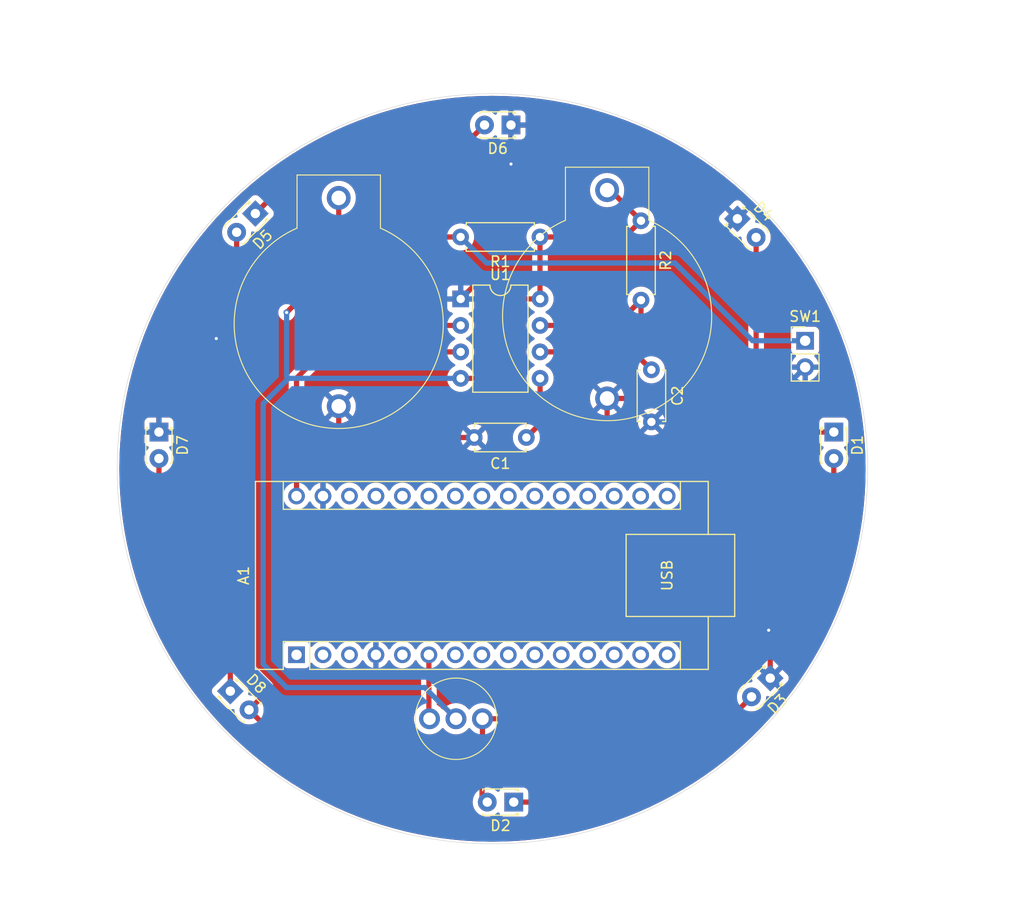
<source format=kicad_pcb>
(kicad_pcb (version 20240108) (generator "pcbnew") (generator_version "8.0")
  (layers (0 "F.Cu" signal) (31 "B.Cu" signal) (34 "B.Paste" user) (35 "F.Paste" user) (36 "B.SilkS" user "B.Silkscreen") (37 "F.SilkS" user "F.Silkscreen") (38 "B.Mask" user) (39 "F.Mask" user) (44 "Edge.Cuts" user))
  (net 0 "")
  (net 4 "GND")
  (net 17 "Net-(A1-D3)")
  (net 26 "Net-(A1-VIN)")
  (net 30 "Net-(U1-CV)")
  (net 31 "Net-(U1-DIS)")
  (net 32 "Net-(D1-A)")
  (net 33 "Net-(D1-K)")
  (net 34 "Net-(D2-K)")
  (net 35 "+5V")
  (net 36 "Net-(U1-TR)")
  (net 37 "Net-(D7-A)")
  (net 38 "Net-(D5-K)")
  (footprint "Package_DIP:DIP-8_W7.62mm" (layer "F.Cu") (at 133.45 66.7)
    (property "Reference" "U1" (at 3.81 -2.33 0) (layer "F.SilkS"))
    (property "Value" "LMC555xN")
    (fp_line (start 1.16 -1.33) (end 1.16 8.95) (stroke (width 0.12)) (layer "F.SilkS"))
    (fp_line (start 1.16 8.95) (end 6.46 8.95) (stroke (width 0.12)) (layer "F.SilkS"))
    (fp_line (start 2.81 -1.33) (end 1.16 -1.33) (stroke (width 0.12)) (layer "F.SilkS"))
    (fp_line (start 6.46 -1.33) (end 4.81 -1.33) (stroke (width 0.12)) (layer "F.SilkS"))
    (fp_line (start 6.46 8.95) (end 6.46 -1.33) (stroke (width 0.12)) (layer "F.SilkS"))
    (fp_arc (start 4.81 -1.33) (mid 3.81 -0.33) (end 2.81 -1.33) (stroke (width 0.12)) (layer "F.SilkS"))
    (pad "1" thru_hole rect (at 0 0) (size 1.6 1.6) (drill 0.8) (layers "*.Cu" "*.Mask") (net 4 "GND"))
    (pad "2" thru_hole oval (at 0 2.54) (size 1.6 1.6) (drill 0.8) (layers "*.Cu" "*.Mask") (net 36 "Net-(U1-TR)"))
    (pad "3" thru_hole oval (at 0 5.08) (size 1.6 1.6) (drill 0.8) (layers "*.Cu" "*.Mask") (net 26 "Net-(A1-VIN)"))
    (pad "4" thru_hole oval (at 0 7.62) (size 1.6 1.6) (drill 0.8) (layers "*.Cu" "*.Mask") (net 35 "+5V"))
    (pad "5" thru_hole oval (at 7.62 7.62) (size 1.6 1.6) (drill 0.8) (layers "*.Cu" "*.Mask") (net 30 "Net-(U1-CV)"))
    (pad "6" thru_hole oval (at 7.62 5.08) (size 1.6 1.6) (drill 0.8) (layers "*.Cu" "*.Mask") (net 31 "Net-(U1-DIS)"))
    (pad "7" thru_hole oval (at 7.62 2.54) (size 1.6 1.6) (drill 0.8) (layers "*.Cu" "*.Mask") (net 31 "Net-(U1-DIS)"))
    (pad "8" thru_hole oval (at 7.62 0) (size 1.6 1.6) (drill 0.8) (layers "*.Cu" "*.Mask") (net 35 "+5V"))
  )
  (footprint "LED_THT:LED_D1.8mm_W3.3mm_H2.4mm" (layer "F.Cu") (at 169.25 79.475 -90)
    (property "Reference" "D1" (at 1.27 -2.26 90) (layer "F.SilkS"))
    (property "Value" "LED")
    (fp_line (start -0.44 1.26) (end 2.98 1.26) (stroke (width 0.12)) (layer "F.SilkS"))
    (fp_line (start 2.98 1.095) (end 2.98 1.26) (stroke (width 0.12)) (layer "F.SilkS"))
    (fp_line (start -0.44 1.08) (end -0.44 1.26) (stroke (width 0.12)) (layer "F.SilkS"))
    (fp_line (start -0.32 1.08) (end -0.32 1.26) (stroke (width 0.12)) (layer "F.SilkS"))
    (fp_line (start -0.2 1.08) (end -0.2 1.26) (stroke (width 0.12)) (layer "F.SilkS"))
    (fp_line (start -0.44 -1.26) (end -0.44 -1.08) (stroke (width 0.12)) (layer "F.SilkS"))
    (fp_line (start -0.44 -1.26) (end 2.98 -1.26) (stroke (width 0.12)) (layer "F.SilkS"))
    (fp_line (start -0.32 -1.26) (end -0.32 -1.08) (stroke (width 0.12)) (layer "F.SilkS"))
    (fp_line (start -0.2 -1.26) (end -0.2 -1.08) (stroke (width 0.12)) (layer "F.SilkS"))
    (fp_line (start 2.98 -1.26) (end 2.98 -1.095) (stroke (width 0.12)) (layer "F.SilkS"))
    (pad "1" thru_hole rect (at 0 0 270) (size 1.8 1.8) (drill 0.9) (layers "*.Cu" "*.Mask") (net 33 "Net-(D1-K)"))
    (pad "2" thru_hole circle (at 2.54 0 270) (size 1.8 1.8) (drill 0.9) (layers "*.Cu" "*.Mask") (net 32 "Net-(D1-A)"))
  )
  (footprint "test_foot:battery_20mpich" (layer "F.Cu") (at 121.75 67 90)
    (property "Reference" "J1" (hide yes))
    (property "Value" "Conn_01x02_Pin" (hide yes))
    (fp_line (start 12.2 -4) (end 12.2 4) (stroke (width 0.1)) (layer "F.SilkS"))
    (fp_line (start 7.1 -4) (end 12.2 -4) (stroke (width 0.1)) (layer "F.SilkS"))
    (fp_line (start 12.2 4) (end 7.1 4) (stroke (width 0.1)) (layer "F.SilkS"))
    (fp_arc (start 7.099999 4) (mid -12.131948 0) (end 7.099999 -4) (stroke (width 0.1)) (layer "F.SilkS"))
    (pad "1" thru_hole circle (at 10 0 90) (size 2.286 2.286) (drill 1.4) (layers "*.Cu" "*.Mask") (net 35 "+5V"))
    (pad "2" thru_hole circle (at -10 0 90) (size 2.286 2.286) (drill 1.4) (layers "*.Cu" "*.Mask") (net 4 "GND"))
  )
  (footprint "Connector_PinHeader_2.54mm:PinHeader_1x02_P2.54mm_Vertical" (layer "F.Cu") (at 166.5 70.71)
    (property "Reference" "SW1" (at 0 -2.33 0) (layer "F.SilkS"))
    (property "Value" "SW_DIP_x01")
    (fp_line (start -1.33 -1.33) (end 0 -1.33) (stroke (width 0.12)) (layer "F.SilkS"))
    (fp_line (start -1.33 0) (end -1.33 -1.33) (stroke (width 0.12)) (layer "F.SilkS"))
    (fp_line (start -1.33 1.27) (end -1.33 3.87) (stroke (width 0.12)) (layer "F.SilkS"))
    (fp_line (start -1.33 1.27) (end 1.33 1.27) (stroke (width 0.12)) (layer "F.SilkS"))
    (fp_line (start -1.33 3.87) (end 1.33 3.87) (stroke (width 0.12)) (layer "F.SilkS"))
    (fp_line (start 1.33 1.27) (end 1.33 3.87) (stroke (width 0.12)) (layer "F.SilkS"))
    (pad "1" thru_hole rect (at 0 0) (size 1.7 1.7) (drill 1) (layers "*.Cu" "*.Mask") (net 36 "Net-(U1-TR)"))
    (pad "2" thru_hole oval (at 0 2.54) (size 1.7 1.7) (drill 1) (layers "*.Cu" "*.Mask") (net 4 "GND"))
  )
  (footprint "LED_THT:LED_D1.8mm_W3.3mm_H2.4mm" (layer "F.Cu") (at 160 59 -45)
    (property "Reference" "D4" (at 1.27 -2.26 135) (layer "F.SilkS"))
    (property "Value" "LED")
    (fp_line (start -0.44 1.260001) (end 2.98 1.26) (stroke (width 0.12)) (layer "F.SilkS"))
    (fp_line (start -0.44 1.08) (end -0.44 1.260001) (stroke (width 0.12)) (layer "F.SilkS"))
    (fp_line (start -0.32 1.08) (end -0.32 1.26) (stroke (width 0.12)) (layer "F.SilkS"))
    (fp_line (start -0.2 1.08) (end -0.2 1.26) (stroke (width 0.12)) (layer "F.SilkS"))
    (fp_line (start -0.44 -1.260001) (end -0.44 -1.08) (stroke (width 0.12)) (layer "F.SilkS"))
    (fp_line (start -0.44 -1.260001) (end 2.98 -1.26) (stroke (width 0.12)) (layer "F.SilkS"))
    (fp_line (start -0.32 -1.26) (end -0.32 -1.08) (stroke (width 0.12)) (layer "F.SilkS"))
    (fp_line (start -0.2 -1.26) (end -0.2 -1.08) (stroke (width 0.12)) (layer "F.SilkS"))
    (fp_line (start 2.98 1.095) (end 2.98 1.26) (stroke (width 0.12)) (layer "F.SilkS"))
    (fp_line (start 2.98 -1.26) (end 2.98 -1.095) (stroke (width 0.12)) (layer "F.SilkS"))
    (pad "1" thru_hole rect (at 0 0 315) (size 1.8 1.8) (drill 0.9) (layers "*.Cu" "*.Mask") (net 4 "GND"))
    (pad "2" thru_hole circle (at 2.54 0 315) (size 1.8 1.8) (drill 0.9) (layers "*.Cu" "*.Mask") (net 33 "Net-(D1-K)"))
  )
  (footprint "LED_THT:LED_D1.8mm_W3.3mm_H2.4mm" (layer "F.Cu") (at 138.275 50 180)
    (property "Reference" "D6" (at 1.27 -2.26 360) (layer "F.SilkS"))
    (property "Value" "LED")
    (fp_line (start 2.98 1.095) (end 2.98 1.26) (stroke (width 0.12)) (layer "F.SilkS"))
    (fp_line (start 2.98 -1.26) (end 2.98 -1.095) (stroke (width 0.12)) (layer "F.SilkS"))
    (fp_line (start -0.2 1.08) (end -0.2 1.26) (stroke (width 0.12)) (layer "F.SilkS"))
    (fp_line (start -0.2 -1.26) (end -0.2 -1.08) (stroke (width 0.12)) (layer "F.SilkS"))
    (fp_line (start -0.32 1.08) (end -0.32 1.26) (stroke (width 0.12)) (layer "F.SilkS"))
    (fp_line (start -0.32 -1.26) (end -0.32 -1.08) (stroke (width 0.12)) (layer "F.SilkS"))
    (fp_line (start -0.44 1.26) (end 2.98 1.26) (stroke (width 0.12)) (layer "F.SilkS"))
    (fp_line (start -0.44 1.08) (end -0.44 1.26) (stroke (width 0.12)) (layer "F.SilkS"))
    (fp_line (start -0.44 -1.26) (end 2.98 -1.26) (stroke (width 0.12)) (layer "F.SilkS"))
    (fp_line (start -0.44 -1.26) (end -0.44 -1.08) (stroke (width 0.12)) (layer "F.SilkS"))
    (pad "1" thru_hole rect (at 0 0 180) (size 1.8 1.8) (drill 0.9) (layers "*.Cu" "*.Mask") (net 4 "GND"))
    (pad "2" thru_hole circle (at 2.54 0 180) (size 1.8 1.8) (drill 0.9) (layers "*.Cu" "*.Mask") (net 38 "Net-(D5-K)"))
  )
  (footprint "Capacitor_THT:C_Disc_D4.7mm_W2.5mm_P5.00mm" (layer "F.Cu") (at 139.75 80 180)
    (property "Reference" "C1" (at 2.5 -2.5 360) (layer "F.SilkS"))
    (property "Value" "0.1u")
    (fp_line (start 4.97 1.055) (end 4.97 1.37) (stroke (width 0.12)) (layer "F.SilkS"))
    (fp_line (start 4.97 -1.37) (end 4.97 -1.055) (stroke (width 0.12)) (layer "F.SilkS"))
    (fp_line (start 0.03 1.37) (end 4.97 1.37) (stroke (width 0.12)) (layer "F.SilkS"))
    (fp_line (start 0.03 1.055) (end 0.03 1.37) (stroke (width 0.12)) (layer "F.SilkS"))
    (fp_line (start 0.03 -1.37) (end 4.97 -1.37) (stroke (width 0.12)) (layer "F.SilkS"))
    (fp_line (start 0.03 -1.37) (end 0.03 -1.055) (stroke (width 0.12)) (layer "F.SilkS"))
    (pad "1" thru_hole circle (at 0 0 180) (size 1.6 1.6) (drill 0.8) (layers "*.Cu" "*.Mask") (net 30 "Net-(U1-CV)"))
    (pad "2" thru_hole circle (at 5 0 180) (size 1.6 1.6) (drill 0.8) (layers "*.Cu" "*.Mask") (net 4 "GND"))
  )
  (footprint "Resistor_THT:R_Axial_DIN0207_L6.3mm_D2.5mm_P7.62mm_Horizontal" (layer "F.Cu") (at 141.06 60.75 180)
    (property "Reference" "R1" (at 3.81 -2.37 360) (layer "F.SilkS"))
    (property "Value" "10k")
    (fp_line (start 7.08 1.37) (end 7.08 1.04) (stroke (width 0.12)) (layer "F.SilkS"))
    (fp_line (start 7.08 -1.37) (end 7.08 -1.04) (stroke (width 0.12)) (layer "F.SilkS"))
    (fp_line (start 0.54 1.37) (end 7.08 1.37) (stroke (width 0.12)) (layer "F.SilkS"))
    (fp_line (start 0.54 1.04) (end 0.54 1.37) (stroke (width 0.12)) (layer "F.SilkS"))
    (fp_line (start 0.54 -1.04) (end 0.54 -1.37) (stroke (width 0.12)) (layer "F.SilkS"))
    (fp_line (start 0.54 -1.37) (end 7.08 -1.37) (stroke (width 0.12)) (layer "F.SilkS"))
    (pad "1" thru_hole circle (at 0 0 180) (size 1.6 1.6) (drill 0.8) (layers "*.Cu" "*.Mask") (net 35 "+5V"))
    (pad "2" thru_hole oval (at 7.62 0 180) (size 1.6 1.6) (drill 0.8) (layers "*.Cu" "*.Mask") (net 36 "Net-(U1-TR)"))
  )
  (footprint "LED_THT:LED_D1.8mm_W3.3mm_H2.4mm" (layer "F.Cu") (at 138.54 115 180)
    (property "Reference" "D2" (at 1.27 -2.26 360) (layer "F.SilkS"))
    (property "Value" "LED")
    (fp_line (start 2.98 1.095) (end 2.98 1.26) (stroke (width 0.12)) (layer "F.SilkS"))
    (fp_line (start 2.98 -1.26) (end 2.98 -1.095) (stroke (width 0.12)) (layer "F.SilkS"))
    (fp_line (start -0.2 1.08) (end -0.2 1.26) (stroke (width 0.12)) (layer "F.SilkS"))
    (fp_line (start -0.2 -1.26) (end -0.2 -1.08) (stroke (width 0.12)) (layer "F.SilkS"))
    (fp_line (start -0.32 1.08) (end -0.32 1.26) (stroke (width 0.12)) (layer "F.SilkS"))
    (fp_line (start -0.32 -1.26) (end -0.32 -1.08) (stroke (width 0.12)) (layer "F.SilkS"))
    (fp_line (start -0.44 1.26) (end 2.98 1.26) (stroke (width 0.12)) (layer "F.SilkS"))
    (fp_line (start -0.44 1.08) (end -0.44 1.26) (stroke (width 0.12)) (layer "F.SilkS"))
    (fp_line (start -0.44 -1.26) (end 2.98 -1.26) (stroke (width 0.12)) (layer "F.SilkS"))
    (fp_line (start -0.44 -1.26) (end -0.44 -1.08) (stroke (width 0.12)) (layer "F.SilkS"))
    (pad "1" thru_hole rect (at 0 0 180) (size 1.8 1.8) (drill 0.9) (layers "*.Cu" "*.Mask") (net 34 "Net-(D2-K)"))
    (pad "2" thru_hole circle (at 2.54 0 180) (size 1.8 1.8) (drill 0.9) (layers "*.Cu" "*.Mask") (net 32 "Net-(D1-A)"))
  )
  (footprint "LED_THT:LED_D1.8mm_W3.3mm_H2.4mm" (layer "F.Cu") (at 111.348439 104.348439 -45)
    (property "Reference" "D8" (at 1.27 -2.26 135) (layer "F.SilkS"))
    (property "Value" "LED")
    (fp_line (start -0.44 1.260001) (end 2.98 1.26) (stroke (width 0.12)) (layer "F.SilkS"))
    (fp_line (start -0.44 1.08) (end -0.44 1.260001) (stroke (width 0.12)) (layer "F.SilkS"))
    (fp_line (start -0.32 1.08) (end -0.32 1.26) (stroke (width 0.12)) (layer "F.SilkS"))
    (fp_line (start -0.2 1.08) (end -0.2 1.26) (stroke (width 0.12)) (layer "F.SilkS"))
    (fp_line (start -0.44 -1.260001) (end -0.44 -1.08) (stroke (width 0.12)) (layer "F.SilkS"))
    (fp_line (start -0.44 -1.260001) (end 2.98 -1.26) (stroke (width 0.12)) (layer "F.SilkS"))
    (fp_line (start -0.32 -1.26) (end -0.32 -1.08) (stroke (width 0.12)) (layer "F.SilkS"))
    (fp_line (start -0.2 -1.26) (end -0.2 -1.08) (stroke (width 0.12)) (layer "F.SilkS"))
    (fp_line (start 2.98 1.095) (end 2.98 1.26) (stroke (width 0.12)) (layer "F.SilkS"))
    (fp_line (start 2.98 -1.26) (end 2.98 -1.095) (stroke (width 0.12)) (layer "F.SilkS"))
    (pad "1" thru_hole rect (at 0 0 315) (size 1.8 1.8) (drill 0.9) (layers "*.Cu" "*.Mask") (net 37 "Net-(D7-A)"))
    (pad "2" thru_hole circle (at 2.54 0 315) (size 1.8 1.8) (drill 0.9) (layers "*.Cu" "*.Mask") (net 32 "Net-(D1-A)"))
  )
  (footprint "test_foot:battery_20mpich" (layer "F.Cu") (at 147.5 66.25 90)
    (property "Reference" "J2" (hide yes))
    (property "Value" "Conn_01x02_Pin" (hide yes))
    (fp_line (start 12.2 -4) (end 12.2 4) (stroke (width 0.1)) (layer "F.SilkS"))
    (fp_line (start 7.1 -4) (end 12.2 -4) (stroke (width 0.1)) (layer "F.SilkS"))
    (fp_line (start 12.2 4) (end 7.1 4) (stroke (width 0.1)) (layer "F.SilkS"))
    (fp_arc (start 7.099999 4) (mid -12.131948 0) (end 7.099999 -4) (stroke (width 0.1)) (layer "F.SilkS"))
    (pad "1" thru_hole circle (at 10 0 90) (size 2.286 2.286) (drill 1.4) (layers "*.Cu" "*.Mask") (net 35 "+5V"))
    (pad "2" thru_hole circle (at -10 0 90) (size 2.286 2.286) (drill 1.4) (layers "*.Cu" "*.Mask") (net 4 "GND"))
  )
  (footprint "Capacitor_THT:C_Disc_D4.7mm_W2.5mm_P5.00mm" (layer "F.Cu") (at 151.75 73.5 -90)
    (property "Reference" "C2" (at 2.5 -2.5 90) (layer "F.SilkS"))
    (property "Value" "470u")
    (fp_line (start 0.03 1.37) (end 4.97 1.37) (stroke (width 0.12)) (layer "F.SilkS"))
    (fp_line (start 0.03 1.055) (end 0.03 1.37) (stroke (width 0.12)) (layer "F.SilkS"))
    (fp_line (start 4.97 1.055) (end 4.97 1.37) (stroke (width 0.12)) (layer "F.SilkS"))
    (fp_line (start 0.03 -1.37) (end 0.03 -1.055) (stroke (width 0.12)) (layer "F.SilkS"))
    (fp_line (start 0.03 -1.37) (end 4.97 -1.37) (stroke (width 0.12)) (layer "F.SilkS"))
    (fp_line (start 4.97 -1.37) (end 4.97 -1.055) (stroke (width 0.12)) (layer "F.SilkS"))
    (pad "1" thru_hole circle (at 0 0 270) (size 1.6 1.6) (drill 0.8) (layers "*.Cu" "*.Mask") (net 31 "Net-(U1-DIS)"))
    (pad "2" thru_hole circle (at 5 0 270) (size 1.6 1.6) (drill 0.8) (layers "*.Cu" "*.Mask") (net 4 "GND"))
  )
  (footprint "LED_THT:LED_D1.8mm_W3.3mm_H2.4mm" (layer "F.Cu") (at 163.151562 103.098439 -135)
    (property "Reference" "D3" (at 1.27 -2.26 45) (layer "F.SilkS"))
    (property "Value" "LED")
    (fp_line (start 2.98 1.095) (end 2.98 1.26) (stroke (width 0.12)) (layer "F.SilkS"))
    (fp_line (start 2.98 -1.26) (end 2.98 -1.095) (stroke (width 0.12)) (layer "F.SilkS"))
    (fp_line (start -0.2 1.08) (end -0.2 1.26) (stroke (width 0.12)) (layer "F.SilkS"))
    (fp_line (start -0.44 1.260001) (end 2.98 1.26) (stroke (width 0.12)) (layer "F.SilkS"))
    (fp_line (start -0.32 1.08) (end -0.32 1.26) (stroke (width 0.12)) (layer "F.SilkS"))
    (fp_line (start -0.44 1.08) (end -0.44 1.260001) (stroke (width 0.12)) (layer "F.SilkS"))
    (fp_line (start -0.2 -1.26) (end -0.2 -1.08) (stroke (width 0.12)) (layer "F.SilkS"))
    (fp_line (start -0.32 -1.26) (end -0.32 -1.08) (stroke (width 0.12)) (layer "F.SilkS"))
    (fp_line (start -0.44 -1.260001) (end 2.98 -1.26) (stroke (width 0.12)) (layer "F.SilkS"))
    (fp_line (start -0.44 -1.260001) (end -0.44 -1.08) (stroke (width 0.12)) (layer "F.SilkS"))
    (pad "1" thru_hole rect (at 0 0 225) (size 1.8 1.8) (drill 0.9) (layers "*.Cu" "*.Mask") (net 4 "GND"))
    (pad "2" thru_hole circle (at 2.54 0 225) (size 1.8 1.8) (drill 0.9) (layers "*.Cu" "*.Mask") (net 34 "Net-(D2-K)"))
  )
  (footprint "LED_THT:LED_D1.8mm_W3.3mm_H2.4mm" (layer "F.Cu") (at 113.75 58.5 -135)
    (property "Reference" "D5" (at 1.27 -2.26 45) (layer "F.SilkS"))
    (property "Value" "LED")
    (fp_line (start 2.98 1.095) (end 2.98 1.26) (stroke (width 0.12)) (layer "F.SilkS"))
    (fp_line (start 2.98 -1.26) (end 2.98 -1.095) (stroke (width 0.12)) (layer "F.SilkS"))
    (fp_line (start -0.2 1.08) (end -0.2 1.26) (stroke (width 0.12)) (layer "F.SilkS"))
    (fp_line (start -0.44 1.260001) (end 2.98 1.26) (stroke (width 0.12)) (layer "F.SilkS"))
    (fp_line (start -0.32 1.08) (end -0.32 1.26) (stroke (width 0.12)) (layer "F.SilkS"))
    (fp_line (start -0.44 1.08) (end -0.44 1.260001) (stroke (width 0.12)) (layer "F.SilkS"))
    (fp_line (start -0.2 -1.26) (end -0.2 -1.08) (stroke (width 0.12)) (layer "F.SilkS"))
    (fp_line (start -0.32 -1.26) (end -0.32 -1.08) (stroke (width 0.12)) (layer "F.SilkS"))
    (fp_line (start -0.44 -1.260001) (end 2.98 -1.26) (stroke (width 0.12)) (layer "F.SilkS"))
    (fp_line (start -0.44 -1.260001) (end -0.44 -1.08) (stroke (width 0.12)) (layer "F.SilkS"))
    (pad "1" thru_hole rect (at 0 0 225) (size 1.8 1.8) (drill 0.9) (layers "*.Cu" "*.Mask") (net 38 "Net-(D5-K)"))
    (pad "2" thru_hole circle (at 2.54 0 225) (size 1.8 1.8) (drill 0.9) (layers "*.Cu" "*.Mask") (net 32 "Net-(D1-A)"))
  )
  (footprint "LED_THT:LED_D1.8mm_W3.3mm_H2.4mm" (layer "F.Cu") (at 104.5 79.475 -90)
    (property "Reference" "D7" (at 1.27 -2.26 90) (layer "F.SilkS"))
    (property "Value" "LED")
    (fp_line (start -0.44 1.26) (end 2.98 1.26) (stroke (width 0.12)) (layer "F.SilkS"))
    (fp_line (start 2.98 1.095) (end 2.98 1.26) (stroke (width 0.12)) (layer "F.SilkS"))
    (fp_line (start -0.44 1.08) (end -0.44 1.26) (stroke (width 0.12)) (layer "F.SilkS"))
    (fp_line (start -0.32 1.08) (end -0.32 1.26) (stroke (width 0.12)) (layer "F.SilkS"))
    (fp_line (start -0.2 1.08) (end -0.2 1.26) (stroke (width 0.12)) (layer "F.SilkS"))
    (fp_line (start -0.44 -1.26) (end -0.44 -1.08) (stroke (width 0.12)) (layer "F.SilkS"))
    (fp_line (start -0.44 -1.26) (end 2.98 -1.26) (stroke (width 0.12)) (layer "F.SilkS"))
    (fp_line (start -0.32 -1.26) (end -0.32 -1.08) (stroke (width 0.12)) (layer "F.SilkS"))
    (fp_line (start -0.2 -1.26) (end -0.2 -1.08) (stroke (width 0.12)) (layer "F.SilkS"))
    (fp_line (start 2.98 -1.26) (end 2.98 -1.095) (stroke (width 0.12)) (layer "F.SilkS"))
    (pad "1" thru_hole rect (at 0 0 270) (size 1.8 1.8) (drill 0.9) (layers "*.Cu" "*.Mask") (net 4 "GND"))
    (pad "2" thru_hole circle (at 2.54 0 270) (size 1.8 1.8) (drill 0.9) (layers "*.Cu" "*.Mask") (net 37 "Net-(D7-A)"))
  )
  (footprint "test_foot:2SC1815" (layer "F.Cu") (at 133 107 180)
    (property "Reference" "Q2" (hide yes))
    (property "Value" "2SC1815" (hide yes))
    (fp_circle (center 0 0) (end 0.2 3.9) (stroke (width 0.1)) (fill none) (layer "F.SilkS"))
    (pad "1" thru_hole circle (at -2.54 0 180) (size 2 2) (drill 1.2) (layers "*.Cu" "*.Mask") (net 32 "Net-(D1-A)"))
    (pad "2" thru_hole circle (at 0 0 180) (size 2 2) (drill 1.2) (layers "*.Cu" "*.Mask") (net 35 "+5V"))
    (pad "3" thru_hole circle (at 2.54 0 180) (size 2 2) (drill 1.2) (layers "*.Cu" "*.Mask") (net 17 "Net-(A1-D3)"))
  )
  (footprint "Module:Arduino_Nano" (layer "F.Cu") (at 117.7 100.86 90)
    (property "Reference" "A1" (at 7.62 -5.08 90) (layer "F.SilkS"))
    (property "Value" "Arduino_Nano_v3.x")
    (fp_line (start 16.64 -3.94) (end -1.4 -3.94) (stroke (width 0.12)) (layer "F.SilkS"))
    (fp_line (start -1.4 -3.94) (end -1.4 -1.27) (stroke (width 0.12)) (layer "F.SilkS"))
    (fp_line (start 13.97 -1.27) (end 16.64 -1.27) (stroke (width 0.12)) (layer "F.SilkS"))
    (fp_line (start 13.97 -1.27) (end 13.97 36.83) (stroke (width 0.12)) (layer "F.SilkS"))
    (fp_line (start 1.27 -1.27) (end -1.4 -1.27) (stroke (width 0.12)) (layer "F.SilkS"))
    (fp_line (start 1.27 1.27) (end 1.27 -1.27) (stroke (width 0.12)) (layer "F.SilkS"))
    (fp_line (start 1.27 1.27) (end -1.4 1.27) (stroke (width 0.12)) (layer "F.SilkS"))
    (fp_line (start 1.27 1.27) (end 1.27 36.83) (stroke (width 0.12)) (layer "F.SilkS"))
    (fp_line (start -1.4 1.27) (end -1.4 39.5) (stroke (width 0.12)) (layer "F.SilkS"))
    (fp_line (start 11.56 31.62) (end 11.56 42.04) (stroke (width 0.12)) (layer "F.SilkS"))
    (fp_line (start 3.68 31.62) (end 11.56 31.62) (stroke (width 0.12)) (layer "F.SilkS"))
    (fp_line (start 13.97 36.83) (end 16.64 36.83) (stroke (width 0.12)) (layer "F.SilkS"))
    (fp_line (start 1.27 36.83) (end -1.4 36.83) (stroke (width 0.12)) (layer "F.SilkS"))
    (fp_line (start 16.64 39.5) (end 16.64 -3.94) (stroke (width 0.12)) (layer "F.SilkS"))
    (fp_line (start 16.64 39.5) (end 11.56 39.5) (stroke (width 0.12)) (layer "F.SilkS"))
    (fp_line (start -1.4 39.5) (end 3.68 39.5) (stroke (width 0.12)) (layer "F.SilkS"))
    (fp_line (start 11.56 42.04) (end 3.68 42.04) (stroke (width 0.12)) (layer "F.SilkS"))
    (fp_line (start 3.68 42.04) (end 3.68 31.62) (stroke (width 0.12)) (layer "F.SilkS"))
    (fp_text user "USB" (at 7.62 35.56 90) (layer "F.SilkS"))
    (pad "1" thru_hole rect (at 0 0 90) (size 1.6 1.6) (drill 1) (layers "*.Cu" "*.Mask"))
    (pad "2" thru_hole oval (at 0 2.54 90) (size 1.6 1.6) (drill 1) (layers "*.Cu" "*.Mask"))
    (pad "3" thru_hole oval (at 0 5.08 90) (size 1.6 1.6) (drill 1) (layers "*.Cu" "*.Mask"))
    (pad "4" thru_hole oval (at 0 7.62 90) (size 1.6 1.6) (drill 1) (layers "*.Cu" "*.Mask") (net 4 "GND"))
    (pad "5" thru_hole oval (at 0 10.16 90) (size 1.6 1.6) (drill 1) (layers "*.Cu" "*.Mask"))
    (pad "6" thru_hole oval (at 0 12.7 90) (size 1.6 1.6) (drill 1) (layers "*.Cu" "*.Mask") (net 17 "Net-(A1-D3)"))
    (pad "7" thru_hole oval (at 0 15.24 90) (size 1.6 1.6) (drill 1) (layers "*.Cu" "*.Mask"))
    (pad "8" thru_hole oval (at 0 17.78 90) (size 1.6 1.6) (drill 1) (layers "*.Cu" "*.Mask"))
    (pad "9" thru_hole oval (at 0 20.32 90) (size 1.6 1.6) (drill 1) (layers "*.Cu" "*.Mask"))
    (pad "10" thru_hole oval (at 0 22.86 90) (size 1.6 1.6) (drill 1) (layers "*.Cu" "*.Mask"))
    (pad "11" thru_hole oval (at 0 25.4 90) (size 1.6 1.6) (drill 1) (layers "*.Cu" "*.Mask"))
    (pad "12" thru_hole oval (at 0 27.94 90) (size 1.6 1.6) (drill 1) (layers "*.Cu" "*.Mask"))
    (pad "13" thru_hole oval (at 0 30.48 90) (size 1.6 1.6) (drill 1) (layers "*.Cu" "*.Mask"))
    (pad "14" thru_hole oval (at 0 33.02 90) (size 1.6 1.6) (drill 1) (layers "*.Cu" "*.Mask"))
    (pad "15" thru_hole oval (at 0 35.56 90) (size 1.6 1.6) (drill 1) (layers "*.Cu" "*.Mask"))
    (pad "16" thru_hole oval (at 15.24 35.56 90) (size 1.6 1.6) (drill 1) (layers "*.Cu" "*.Mask"))
    (pad "17" thru_hole oval (at 15.24 33.02 90) (size 1.6 1.6) (drill 1) (layers "*.Cu" "*.Mask"))
    (pad "18" thru_hole oval (at 15.24 30.48 90) (size 1.6 1.6) (drill 1) (layers "*.Cu" "*.Mask"))
    (pad "19" thru_hole oval (at 15.24 27.94 90) (size 1.6 1.6) (drill 1) (layers "*.Cu" "*.Mask"))
    (pad "20" thru_hole oval (at 15.24 25.4 90) (size 1.6 1.6) (drill 1) (layers "*.Cu" "*.Mask"))
    (pad "21" thru_hole oval (at 15.24 22.86 90) (size 1.6 1.6) (drill 1) (layers "*.Cu" "*.Mask"))
    (pad "22" thru_hole oval (at 15.24 20.32 90) (size 1.6 1.6) (drill 1) (layers "*.Cu" "*.Mask"))
    (pad "23" thru_hole oval (at 15.24 17.78 90) (size 1.6 1.6) (drill 1) (layers "*.Cu" "*.Mask"))
    (pad "24" thru_hole oval (at 15.24 15.24 90) (size 1.6 1.6) (drill 1) (layers "*.Cu" "*.Mask"))
    (pad "25" thru_hole oval (at 15.24 12.7 90) (size 1.6 1.6) (drill 1) (layers "*.Cu" "*.Mask"))
    (pad "26" thru_hole oval (at 15.24 10.16 90) (size 1.6 1.6) (drill 1) (layers "*.Cu" "*.Mask"))
    (pad "27" thru_hole oval (at 15.24 7.62 90) (size 1.6 1.6) (drill 1) (layers "*.Cu" "*.Mask"))
    (pad "28" thru_hole oval (at 15.24 5.08 90) (size 1.6 1.6) (drill 1) (layers "*.Cu" "*.Mask"))
    (pad "29" thru_hole oval (at 15.24 2.54 90) (size 1.6 1.6) (drill 1) (layers "*.Cu" "*.Mask") (net 4 "GND"))
    (pad "30" thru_hole oval (at 15.24 0 90) (size 1.6 1.6) (drill 1) (layers "*.Cu" "*.Mask") (net 26 "Net-(A1-VIN)"))
  )
  (footprint "Resistor_THT:R_Axial_DIN0207_L6.3mm_D2.5mm_P7.62mm_Horizontal" (layer "F.Cu") (at 150.75 59.19 -90)
    (property "Reference" "R2" (at 3.81 -2.37 90) (layer "F.SilkS"))
    (property "Value" "10k")
    (fp_line (start 0.54 1.37) (end 7.08 1.37) (stroke (width 0.12)) (layer "F.SilkS"))
    (fp_line (start 7.08 1.37) (end 7.08 1.04) (stroke (width 0.12)) (layer "F.SilkS"))
    (fp_line (start 0.54 1.04) (end 0.54 1.37) (stroke (width 0.12)) (layer "F.SilkS"))
    (fp_line (start 0.54 -1.04) (end 0.54 -1.37) (stroke (width 0.12)) (layer "F.SilkS"))
    (fp_line (start 0.54 -1.37) (end 7.08 -1.37) (stroke (width 0.12)) (layer "F.SilkS"))
    (fp_line (start 7.08 -1.37) (end 7.08 -1.04) (stroke (width 0.12)) (layer "F.SilkS"))
    (pad "1" thru_hole circle (at 0 0 270) (size 1.6 1.6) (drill 0.8) (layers "*.Cu" "*.Mask") (net 35 "+5V"))
    (pad "2" thru_hole oval (at 7.62 0 270) (size 1.6 1.6) (drill 0.8) (layers "*.Cu" "*.Mask") (net 31 "Net-(U1-DIS)"))
  )
  (gr_circle (center 136.499132 83) (end 136.249132 47) (stroke (width 0.05)) (fill none) (layer "Edge.Cuts"))
  (segment (start 163.151562 98.651562) (end 163 98.5) (width 0.5) (layer "F.Cu") (net 4))
  (segment (start 121.75 77) (end 121.75 80) (width 0.5) (layer "F.Cu") (net 4))
  (segment (start 137.25 82.5) (end 143 82.5) (width 0.5) (layer "F.Cu") (net 4))
  (segment (start 147.5 78) (end 147.5 76.25) (width 0.5) (layer "F.Cu") (net 4))
  (segment (start 155.457 54.457) (end 151.457 54.457) (width 0.5) (layer "F.Cu") (net 4))
  (segment (start 160 59) (end 155.457 54.457) (width 0.5) (layer "F.Cu") (net 4))
  (segment (start 120.24 90.24) (end 125.25 95.25) (width 0.5) (layer "F.Cu") (net 4))
  (segment (start 104.5 76) (end 110 70.5) (width 0.5) (layer "F.Cu") (net 4))
  (segment (start 120.24 85.62) (end 120.24 90.24) (width 0.5) (layer "F.Cu") (net 4))
  (segment (start 134.75 80) (end 137.25 82.5) (width 0.5) (layer "F.Cu") (net 4))
  (segment (start 120.24 81.51) (end 120.24 85.62) (width 0.5) (layer "F.Cu") (net 4))
  (segment (start 125.32 96.07) (end 125.32 100.86) (width 0.5) (layer "F.Cu") (net 4))
  (segment (start 138.275 53.75) (end 138.275 50) (width 0.5) (layer "F.Cu") (net 4))
  (segment (start 125.25 96) (end 125.32 96.07) (width 0.5) (layer "F.Cu") (net 4))
  (segment (start 133.45 66.7) (end 138.275 61.875) (width 0.5) (layer "F.Cu") (net 4))
  (segment (start 121.75 80) (end 120.24 81.51) (width 0.5) (layer "F.Cu") (net 4))
  (segment (start 142 52) (end 140 50) (width 0.5) (layer "F.Cu") (net 4))
  (segment (start 104.5 79.475) (end 104.5 76) (width 0.5) (layer "F.Cu") (net 4))
  (segment (start 143 82.5) (end 147.5 78) (width 0.5) (layer "F.Cu") (net 4))
  (segment (start 125.25 95.25) (end 125.25 96) (width 0.5) (layer "F.Cu") (net 4))
  (segment (start 134.75 80) (end 121.75 80) (width 0.5) (layer "F.Cu") (net 4))
  (segment (start 138.275 61.875) (end 138.275 53.75) (width 0.5) (layer "F.Cu") (net 4))
  (segment (start 147.5 76.25) (end 149.5 76.25) (width 0.5) (layer "F.Cu") (net 4))
  (segment (start 151.457 54.457) (end 149 52) (width 0.5) (layer "F.Cu") (net 4))
  (segment (start 149 52) (end 142 52) (width 0.5) (layer "F.Cu") (net 4))
  (segment (start 149.5 76.25) (end 151.75 78.5) (width 0.5) (layer "F.Cu") (net 4))
  (segment (start 163.151562 103.098439) (end 163.151562 98.651562) (width 0.5) (layer "F.Cu") (net 4))
  (segment (start 140 50) (end 138.275 50) (width 0.5) (layer "F.Cu") (net 4))
  (via (at 138.275 53.75) (size 0.6) (drill 0.3) (layers "F.Cu" "B.Cu") (net 4))
  (via (at 163 98.5) (size 0.6) (drill 0.3) (layers "F.Cu" "B.Cu") (net 4))
  (via (at 110 70.5) (size 0.6) (drill 0.3) (layers "F.Cu" "B.Cu") (net 4))
  (segment (start 157.25 92.75) (end 157.25 80.75) (width 0.5) (layer "B.Cu") (net 4))
  (segment (start 118.5 62) (end 118.5 56) (width 0.5) (layer "B.Cu") (net 4))
  (segment (start 159 80.75) (end 157.25 80.75) (width 0.5) (layer "B.Cu") (net 4))
  (segment (start 118.5 56) (end 120.75 53.75) (width 0.5) (layer "B.Cu") (net 4))
  (segment (start 155 78.5) (end 151.75 78.5) (width 0.5) (layer "B.Cu") (net 4))
  (segment (start 157.25 80.75) (end 155 78.5) (width 0.5) (layer "B.Cu") (net 4))
  (segment (start 166.5 73.25) (end 159 80.75) (width 0.5) (layer "B.Cu") (net 4))
  (segment (start 110 70.5) (end 118.5 62) (width 0.5) (layer "B.Cu") (net 4))
  (segment (start 120.75 53.75) (end 138.275 53.75) (width 0.5) (layer "B.Cu") (net 4))
  (segment (start 163 98.5) (end 157.25 92.75) (width 0.5) (layer "B.Cu") (net 4))
  (segment (start 130.4 106.94) (end 130.46 107) (width 0.5) (layer "F.Cu") (net 17))
  (segment (start 130.4 100.86) (end 130.4 106.94) (width 0.5) (layer "F.Cu") (net 17))
  (segment (start 117.7 74.3) (end 120.22 71.78) (width 0.5) (layer "F.Cu") (net 26))
  (segment (start 117.7 85.62) (end 117.7 74.3) (width 0.5) (layer "F.Cu") (net 26))
  (segment (start 120.22 71.78) (end 133.45 71.78) (width 0.5) (layer "F.Cu") (net 26))
  (segment (start 141.07 74.32) (end 141.07 78.68) (width 0.5) (layer "F.Cu") (net 30))
  (segment (start 141.07 78.68) (end 139.75 80) (width 0.5) (layer "F.Cu") (net 30))
  (segment (start 141.07 69.24) (end 148.32 69.24) (width 0.5) (layer "F.Cu") (net 31))
  (segment (start 150.75 72.5) (end 151.75 73.5) (width 0.5) (layer "F.Cu") (net 31))
  (segment (start 150.75 66.81) (end 150.75 72.5) (width 0.5) (layer "F.Cu") (net 31))
  (segment (start 148.32 69.24) (end 150.75 66.81) (width 0.5) (layer "F.Cu") (net 31))
  (segment (start 141.07 71.78) (end 150.03 71.78) (width 0.5) (layer "F.Cu") (net 31))
  (segment (start 150.03 71.78) (end 151.75 73.5) (width 0.5) (layer "F.Cu") (net 31))
  (segment (start 135.54 107) (end 152.25 107) (width 0.5) (layer "F.Cu") (net 32))
  (segment (start 111.953949 101.203949) (end 114.75 104) (width 0.5) (layer "F.Cu") (net 32))
  (segment (start 135.5 111.25) (end 135.5 114.5) (width 0.5) (layer "F.Cu") (net 32))
  (segment (start 135.54 107) (end 135.54 111.21) (width 0.5) (layer "F.Cu") (net 32))
  (segment (start 114.75 104.53898) (end 113.14449 106.14449) (width 0.5) (layer "F.Cu") (net 32))
  (segment (start 135.5 114.5) (end 136 115) (width 0.5) (layer "F.Cu") (net 32))
  (segment (start 113.14449 106.14449) (end 118.25 111.25) (width 0.5) (layer "F.Cu") (net 32))
  (segment (start 152.25 107) (end 169.25 90) (width 0.5) (layer "F.Cu") (net 32))
  (segment (start 111.953949 60.296051) (end 111.953949 101.203949) (width 0.5) (layer "F.Cu") (net 32))
  (segment (start 135.54 111.21) (end 135.5 111.25) (width 0.5) (layer "F.Cu") (net 32))
  (segment (start 169.25 90) (end 169.25 82.015) (width 0.5) (layer "F.Cu") (net 32))
  (segment (start 114.75 104) (end 114.75 104.53898) (width 0.5) (layer "F.Cu") (net 32))
  (segment (start 118.25 111.25) (end 135.5 111.25) (width 0.5) (layer "F.Cu") (net 32))
  (segment (start 169.25 79.475) (end 165.475 79.475) (width 0.5) (layer "F.Cu") (net 33))
  (segment (start 165.475 79.475) (end 161.796051 75.796051) (width 0.5) (layer "F.Cu") (net 33))
  (segment (start 161.796051 75.796051) (end 161.796051 60.796051) (width 0.5) (layer "F.Cu") (net 33))
  (segment (start 143.75 115) (end 148 110.75) (width 0.5) (layer "F.Cu") (net 34))
  (segment (start 157.5 106.5) (end 159.750001 106.5) (width 0.5) (layer "F.Cu") (net 34))
  (segment (start 159.750001 106.5) (end 161.355511 104.89449) (width 0.5) (layer "F.Cu") (net 34))
  (segment (start 153.25 110.75) (end 157.5 106.5) (width 0.5) (layer "F.Cu") (net 34))
  (segment (start 148 110.75) (end 153.25 110.75) (width 0.5) (layer "F.Cu") (net 34))
  (segment (start 138.54 115) (end 143.75 115) (width 0.5) (layer "F.Cu") (net 34))
  (segment (start 137 73.5) (end 137 67.5) (width 0.5) (layer "F.Cu") (net 35))
  (segment (start 141.06 60.75) (end 141.06 66.69) (width 0.5) (layer "F.Cu") (net 35))
  (segment (start 147.5 56.25) (end 147.81 56.25) (width 0.5) (layer "F.Cu") (net 35))
  (segment (start 141.06 66.69) (end 141.07 66.7) (width 0.5) (layer "F.Cu") (net 35))
  (segment (start 121.75 63) (end 116.75 68) (width 0.5) (layer "F.Cu") (net 35))
  (segment (start 141.06 60.75) (end 149.19 60.75) (width 0.5) (layer "F.Cu") (net 35))
  (segment (start 137 67.5) (end 137.8 66.7) (width 0.5) (layer "F.Cu") (net 35))
  (segment (start 137.8 66.7) (end 141.07 66.7) (width 0.5) (layer "F.Cu") (net 35))
  (segment (start 136.18 74.32) (end 137 73.5) (width 0.5) (layer "F.Cu") (net 35))
  (segment (start 133.45 74.32) (end 136.18 74.32) (width 0.5) (layer "F.Cu") (net 35))
  (segment (start 147.81 56.25) (end 150.75 59.19) (width 0.5) (layer "F.Cu") (net 35))
  (segment (start 121.75 57) (end 121.75 63) (width 0.5) (layer "F.Cu") (net 35))
  (segment (start 149.19 60.75) (end 150.75 59.19) (width 0.5) (layer "F.Cu") (net 35))
  (via (at 116.75 68) (size 0.6) (drill 0.3) (layers "F.Cu" "B.Cu") (net 35))
  (segment (start 130 104) (end 116.75 104) (width 0.5) (layer "B.Cu") (net 35))
  (segment (start 133 107) (end 130 104) (width 0.5) (layer "B.Cu") (net 35))
  (segment (start 116.93 74.32) (end 133.45 74.32) (width 0.5) (layer "B.Cu") (net 35))
  (segment (start 116.75 74.14) (end 116.93 74.32) (width 0.5) (layer "B.Cu") (net 35))
  (segment (start 114.5 76.75) (end 116.93 74.32) (width 0.5) (layer "B.Cu") (net 35))
  (segment (start 116.75 68) (end 116.75 74.14) (width 0.5) (layer "B.Cu") (net 35))
  (segment (start 114.5 101.75) (end 114.5 76.75) (width 0.5) (layer "B.Cu") (net 35))
  (segment (start 116.75 104) (end 114.5 101.75) (width 0.5) (layer "B.Cu") (net 35))
  (segment (start 133.44 60.75) (end 131.25 60.75) (width 0.5) (layer "F.Cu") (net 36))
  (segment (start 130.5 61.5) (end 130.5 67.98061) (width 0.5) (layer "F.Cu") (net 36))
  (segment (start 131.25 60.75) (end 130.5 61.5) (width 0.5) (layer "F.Cu") (net 36))
  (segment (start 130.5 67.98061) (end 131.75939 69.24) (width 0.5) (layer "F.Cu") (net 36))
  (segment (start 131.75939 69.24) (end 133.45 69.24) (width 0.5) (layer "F.Cu") (net 36))
  (segment (start 166.5 70.71) (end 161.46 70.71) (width 0.5) (layer "B.Cu") (net 36))
  (segment (start 135.94 63.25) (end 133.44 60.75) (width 0.5) (layer "B.Cu") (net 36))
  (segment (start 161.46 70.71) (end 154 63.25) (width 0.5) (layer "B.Cu") (net 36))
  (segment (start 154 63.25) (end 135.94 63.25) (width 0.5) (layer "B.Cu") (net 36))
  (segment (start 108 92) (end 108 99.25) (width 0.5) (layer "F.Cu") (net 37))
  (segment (start 111.348439 102.598439) (end 111.348439 104.348439) (width 0.5) (layer "F.Cu") (net 37))
  (segment (start 104.5 82.015) (end 104.5 88.5) (width 0.5) (layer "F.Cu") (net 37))
  (segment (start 104.5 88.5) (end 108 92) (width 0.5) (layer "F.Cu") (net 37))
  (segment (start 108 99.25) (end 111.348439 102.598439) (width 0.5) (layer "F.Cu") (net 37))
  (segment (start 131.485 54.25) (end 135.735 50) (width 0.5) (layer "F.Cu") (net 38))
  (segment (start 113.75 58.5) (end 118 54.25) (width 0.5) (layer "F.Cu") (net 38))
  (segment (start 118 54.25) (end 131.485 54.25) (width 0.5) (layer "F.Cu") (net 38))
  (zone (net 4) (net_name "GND") (layers "F&B.Cu") (connect_pads (clearance 0.5)) (min_thickness 0.25) (fill yes (thermal_gap 0.5) (thermal_bridge_width 0.5) (island_removal_mode 1) (island_area_min 10))
    (polygon (pts (xy 89.25 38) (xy 89.5 124.75) (xy 187.5 125) (xy 187.25 38.25)))
  )
)
</source>
